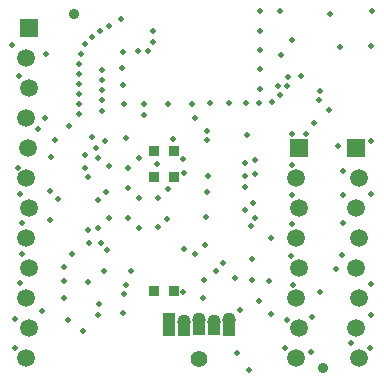
<source format=gts>
G04*
G04 #@! TF.GenerationSoftware,Altium Limited,Altium Designer,21.4.1 (30)*
G04*
G04 Layer_Color=8388736*
%FSLAX25Y25*%
%MOIN*%
G70*
G04*
G04 #@! TF.SameCoordinates,FDA7AB05-C33E-465C-AB53-71C79C1F0B70*
G04*
G04*
G04 #@! TF.FilePolarity,Negative*
G04*
G01*
G75*
%ADD18R,0.04000X0.05591*%
%ADD19R,0.04000X0.04599*%
%ADD20R,0.04000X0.05037*%
%ADD21R,0.04051X0.04962*%
%ADD22R,0.04000X0.05399*%
%ADD23R,0.03543X0.03543*%
%ADD24C,0.03543*%
%ADD25C,0.05512*%
%ADD26O,0.04394X0.05118*%
%ADD27R,0.04394X0.05118*%
%ADD28C,0.05894*%
%ADD29R,0.05894X0.05894*%
%ADD30C,0.01811*%
D18*
X55000Y17405D02*
D03*
D19*
X60000Y17100D02*
D03*
D20*
X65000Y17319D02*
D03*
D21*
X69974Y17281D02*
D03*
D22*
X75000Y17500D02*
D03*
D23*
X50127Y76493D02*
D03*
X56623D02*
D03*
Y67893D02*
D03*
X50127D02*
D03*
Y29626D02*
D03*
X56623D02*
D03*
D24*
X23526Y121949D02*
D03*
X106601Y4218D02*
D03*
D25*
X65000Y6944D02*
D03*
D26*
X70000Y19400D02*
D03*
X65000Y20200D02*
D03*
X75000D02*
D03*
X60000Y19400D02*
D03*
D27*
X55000Y20200D02*
D03*
D28*
X97592Y7244D02*
D03*
X98392Y17244D02*
D03*
X97592Y27244D02*
D03*
X98392Y37244D02*
D03*
X97592Y67244D02*
D03*
Y47244D02*
D03*
X98392Y57244D02*
D03*
X7592Y27244D02*
D03*
X8392Y37244D02*
D03*
X7592Y47244D02*
D03*
X8392Y57244D02*
D03*
X7592Y67244D02*
D03*
Y107244D02*
D03*
X8392Y97244D02*
D03*
X7592Y87244D02*
D03*
X7992Y77244D02*
D03*
X8392Y17244D02*
D03*
X7592Y7244D02*
D03*
X118392Y7244D02*
D03*
X117592Y17244D02*
D03*
X118392Y27244D02*
D03*
Y67244D02*
D03*
X117592Y57244D02*
D03*
X118392Y47244D02*
D03*
X117592Y37244D02*
D03*
D29*
X98392Y77244D02*
D03*
X8392Y117244D02*
D03*
X117592Y77244D02*
D03*
D30*
X35119Y117909D02*
D03*
X32035Y116570D02*
D03*
X29343Y114556D02*
D03*
X27258Y111919D02*
D03*
X25834Y108873D02*
D03*
X25243Y105563D02*
D03*
X25187Y102201D02*
D03*
Y98839D02*
D03*
Y95477D02*
D03*
Y92115D02*
D03*
Y88753D02*
D03*
X29454Y81044D02*
D03*
X32813Y89906D02*
D03*
Y93268D02*
D03*
Y96630D02*
D03*
Y99992D02*
D03*
Y103355D02*
D03*
X44745Y109804D02*
D03*
X48106Y109897D02*
D03*
X49645Y112886D02*
D03*
Y116248D02*
D03*
X67665Y83000D02*
D03*
X63884Y87574D02*
D03*
X100775Y81993D02*
D03*
X26472Y16493D02*
D03*
X19968Y33126D02*
D03*
X20150Y27244D02*
D03*
X5573Y32394D02*
D03*
X6047Y42000D02*
D03*
X4616Y70649D02*
D03*
X21936Y84626D02*
D03*
X33858Y79625D02*
D03*
X40667Y80585D02*
D03*
X81002Y81835D02*
D03*
X85166Y92291D02*
D03*
X105026Y93262D02*
D03*
X75134Y92291D02*
D03*
X67665Y79994D02*
D03*
X28000Y50209D02*
D03*
X15407Y53524D02*
D03*
X13773Y87567D02*
D03*
X2731Y111847D02*
D03*
X5242Y101503D02*
D03*
X14059Y108898D02*
D03*
X6047Y52539D02*
D03*
X5606Y62211D02*
D03*
X3705Y20562D02*
D03*
X80688Y92291D02*
D03*
X68698D02*
D03*
X83833Y73405D02*
D03*
X96042Y71816D02*
D03*
X83900Y68653D02*
D03*
X96010Y81993D02*
D03*
X89030Y47430D02*
D03*
X59680Y73895D02*
D03*
X60000Y69126D02*
D03*
X80315Y64494D02*
D03*
Y68008D02*
D03*
X80315Y72338D02*
D03*
X68148Y68147D02*
D03*
X66481Y27244D02*
D03*
X96448Y31702D02*
D03*
X92258Y122958D02*
D03*
X122835D02*
D03*
X83900Y54050D02*
D03*
X89030Y22097D02*
D03*
X103597Y85790D02*
D03*
X108314Y89942D02*
D03*
X111575Y78029D02*
D03*
X122370Y79825D02*
D03*
X105424Y96253D02*
D03*
X99000Y101503D02*
D03*
X105424Y29351D02*
D03*
X110673Y36996D02*
D03*
X11280Y83598D02*
D03*
X112073Y111137D02*
D03*
X80433Y56907D02*
D03*
X91323Y98032D02*
D03*
X94780Y101192D02*
D03*
X89514Y92618D02*
D03*
X92258Y94976D02*
D03*
X94529Y97924D02*
D03*
X96042Y113300D02*
D03*
X39764Y22410D02*
D03*
X17059Y80116D02*
D03*
X21557Y20000D02*
D03*
X77627Y9055D02*
D03*
X39562Y103987D02*
D03*
X40100Y28700D02*
D03*
X31909Y25456D02*
D03*
X31455Y21907D02*
D03*
X42606Y36537D02*
D03*
X40844Y31702D02*
D03*
X59842Y29528D02*
D03*
X34382Y43525D02*
D03*
X32514Y45828D02*
D03*
X28495D02*
D03*
X31496Y50863D02*
D03*
X82279Y51396D02*
D03*
X28022Y67827D02*
D03*
X20200Y37655D02*
D03*
X85243Y26498D02*
D03*
X77152Y34022D02*
D03*
X67246Y45059D02*
D03*
X66695Y33379D02*
D03*
X70841Y36307D02*
D03*
X78909Y23353D02*
D03*
X67398Y54508D02*
D03*
X94529Y20000D02*
D03*
X93838Y10768D02*
D03*
X55000Y15748D02*
D03*
X81628Y3386D02*
D03*
X15354Y63083D02*
D03*
X17959Y60478D02*
D03*
X85564Y97201D02*
D03*
X108770Y121949D02*
D03*
X85564Y103640D02*
D03*
X92443Y108255D02*
D03*
X28166Y32655D02*
D03*
X67850Y62590D02*
D03*
X122279Y61936D02*
D03*
X102362Y9449D02*
D03*
X115642Y12250D02*
D03*
X122047Y10856D02*
D03*
X3705Y10596D02*
D03*
X31496Y74016D02*
D03*
X35039Y71260D02*
D03*
X41339Y64173D02*
D03*
X51575Y60630D02*
D03*
X54724Y63779D02*
D03*
X39224Y120288D02*
D03*
X39622Y109449D02*
D03*
X85564Y122958D02*
D03*
Y116519D02*
D03*
X54787Y92030D02*
D03*
X73230Y38972D02*
D03*
X63779Y42126D02*
D03*
X26947Y75073D02*
D03*
X22835Y42077D02*
D03*
X27165Y70866D02*
D03*
X15748Y74410D02*
D03*
X33331Y36454D02*
D03*
X59957Y43681D02*
D03*
X56329Y80461D02*
D03*
X46847Y92030D02*
D03*
X96010Y61891D02*
D03*
X96042Y52008D02*
D03*
X95908Y41560D02*
D03*
X113100Y69718D02*
D03*
X30709Y77559D02*
D03*
X83071Y59055D02*
D03*
X82701Y40573D02*
D03*
X40087Y92030D02*
D03*
X39622Y98438D02*
D03*
X122468Y111406D02*
D03*
X31500Y60126D02*
D03*
X35000Y54126D02*
D03*
X45000Y74126D02*
D03*
Y60626D02*
D03*
X41500Y70626D02*
D03*
X34000Y62626D02*
D03*
X62731Y92030D02*
D03*
X46847Y88444D02*
D03*
X82676Y33351D02*
D03*
X51000Y72126D02*
D03*
X12919Y23223D02*
D03*
X122468Y32182D02*
D03*
X112904Y41804D02*
D03*
X122468Y21625D02*
D03*
X113100Y61891D02*
D03*
X113183Y52342D02*
D03*
X88530Y33167D02*
D03*
X51500Y51126D02*
D03*
X45000Y50626D02*
D03*
X54500Y53626D02*
D03*
X102886Y21176D02*
D03*
X41500Y54126D02*
D03*
X85564Y110079D02*
D03*
M02*

</source>
